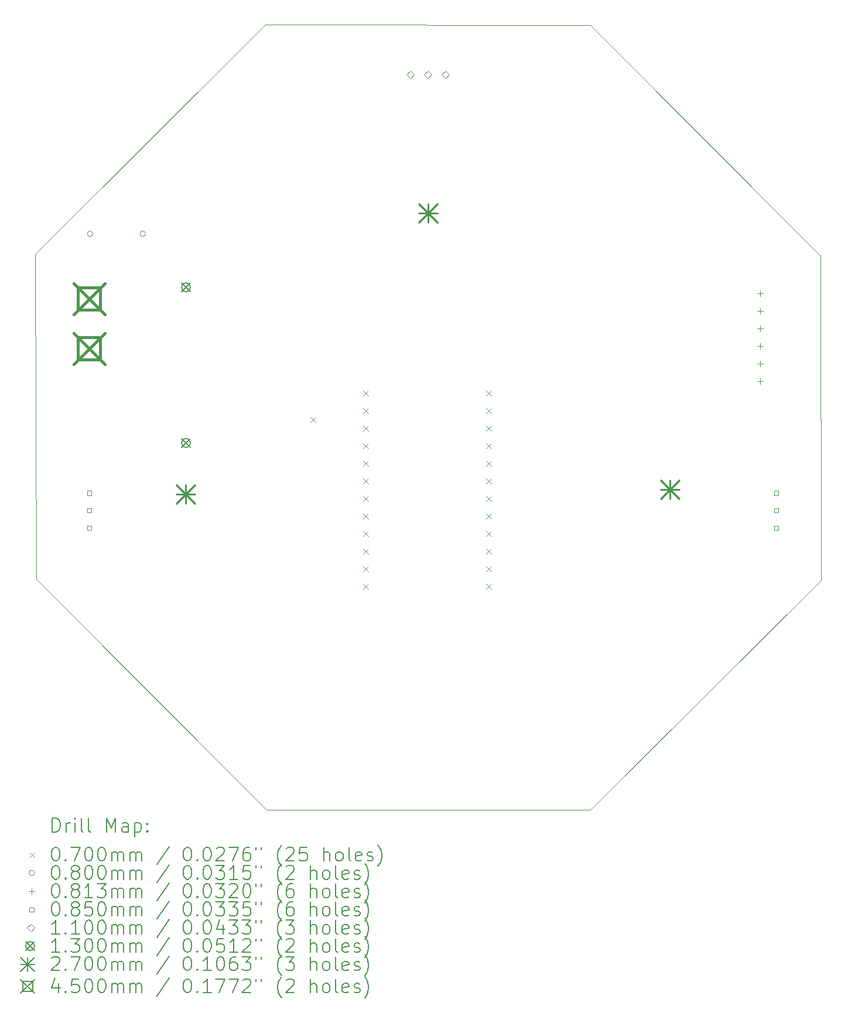
<source format=gbr>
%FSLAX45Y45*%
G04 Gerber Fmt 4.5, Leading zero omitted, Abs format (unit mm)*
G04 Created by KiCad (PCBNEW (6.0.0)) date 2022-05-25 15:38:06*
%MOMM*%
%LPD*%
G01*
G04 APERTURE LIST*
%TA.AperFunction,Profile*%
%ADD10C,0.100000*%
%TD*%
%ADD11C,0.200000*%
%ADD12C,0.070000*%
%ADD13C,0.080000*%
%ADD14C,0.081280*%
%ADD15C,0.085000*%
%ADD16C,0.110000*%
%ADD17C,0.130000*%
%ADD18C,0.270000*%
%ADD19C,0.450000*%
G04 APERTURE END LIST*
D10*
X8417000Y-8097000D02*
X8440000Y-12797000D01*
X16448000Y-4789000D02*
X11747000Y-4775000D01*
X8417000Y-8097000D02*
X8440000Y-12797000D01*
X8440000Y-12797000D02*
X11762000Y-16127000D01*
X19770000Y-8119000D02*
X16448000Y-4789000D01*
X16448000Y-4789000D02*
X11747000Y-4775000D01*
X11762000Y-16127000D02*
X16450000Y-16134000D01*
X11747000Y-4775000D02*
X11747000Y-4775000D01*
X11762000Y-16127000D02*
X16450000Y-16134000D01*
X19780000Y-12812000D02*
X19770000Y-8119000D01*
X16450000Y-16134000D02*
X19780000Y-12812000D01*
X8440000Y-12797000D02*
X8440000Y-12797000D01*
X19780000Y-12812000D02*
X19770000Y-8111000D01*
X11747000Y-4775000D02*
X8417000Y-8097000D01*
D11*
D12*
X12403000Y-10452000D02*
X12473000Y-10522000D01*
X12473000Y-10452000D02*
X12403000Y-10522000D01*
X13165000Y-10071000D02*
X13235000Y-10141000D01*
X13235000Y-10071000D02*
X13165000Y-10141000D01*
X13165000Y-10325000D02*
X13235000Y-10395000D01*
X13235000Y-10325000D02*
X13165000Y-10395000D01*
X13165000Y-10579000D02*
X13235000Y-10649000D01*
X13235000Y-10579000D02*
X13165000Y-10649000D01*
X13165000Y-10833000D02*
X13235000Y-10903000D01*
X13235000Y-10833000D02*
X13165000Y-10903000D01*
X13165000Y-11087000D02*
X13235000Y-11157000D01*
X13235000Y-11087000D02*
X13165000Y-11157000D01*
X13165000Y-11341000D02*
X13235000Y-11411000D01*
X13235000Y-11341000D02*
X13165000Y-11411000D01*
X13165000Y-11595000D02*
X13235000Y-11665000D01*
X13235000Y-11595000D02*
X13165000Y-11665000D01*
X13165000Y-11849000D02*
X13235000Y-11919000D01*
X13235000Y-11849000D02*
X13165000Y-11919000D01*
X13165000Y-12103000D02*
X13235000Y-12173000D01*
X13235000Y-12103000D02*
X13165000Y-12173000D01*
X13165000Y-12357000D02*
X13235000Y-12427000D01*
X13235000Y-12357000D02*
X13165000Y-12427000D01*
X13165000Y-12611000D02*
X13235000Y-12681000D01*
X13235000Y-12611000D02*
X13165000Y-12681000D01*
X13165000Y-12865000D02*
X13235000Y-12935000D01*
X13235000Y-12865000D02*
X13165000Y-12935000D01*
X14943000Y-10071000D02*
X15013000Y-10141000D01*
X15013000Y-10071000D02*
X14943000Y-10141000D01*
X14943000Y-10325000D02*
X15013000Y-10395000D01*
X15013000Y-10325000D02*
X14943000Y-10395000D01*
X14943000Y-10579000D02*
X15013000Y-10649000D01*
X15013000Y-10579000D02*
X14943000Y-10649000D01*
X14943000Y-10833000D02*
X15013000Y-10903000D01*
X15013000Y-10833000D02*
X14943000Y-10903000D01*
X14943000Y-11087000D02*
X15013000Y-11157000D01*
X15013000Y-11087000D02*
X14943000Y-11157000D01*
X14943000Y-11341000D02*
X15013000Y-11411000D01*
X15013000Y-11341000D02*
X14943000Y-11411000D01*
X14943000Y-11595000D02*
X15013000Y-11665000D01*
X15013000Y-11595000D02*
X14943000Y-11665000D01*
X14943000Y-11849000D02*
X15013000Y-11919000D01*
X15013000Y-11849000D02*
X14943000Y-11919000D01*
X14943000Y-12103000D02*
X15013000Y-12173000D01*
X15013000Y-12103000D02*
X14943000Y-12173000D01*
X14943000Y-12357000D02*
X15013000Y-12427000D01*
X15013000Y-12357000D02*
X14943000Y-12427000D01*
X14943000Y-12611000D02*
X15013000Y-12681000D01*
X15013000Y-12611000D02*
X14943000Y-12681000D01*
X14943000Y-12865000D02*
X15013000Y-12935000D01*
X15013000Y-12865000D02*
X14943000Y-12935000D01*
D13*
X9254750Y-7800000D02*
G75*
G03*
X9254750Y-7800000I-40000J0D01*
G01*
X10016750Y-7800000D02*
G75*
G03*
X10016750Y-7800000I-40000J0D01*
G01*
D14*
X18900000Y-8624360D02*
X18900000Y-8705640D01*
X18859360Y-8665000D02*
X18940640Y-8665000D01*
X18900000Y-8878360D02*
X18900000Y-8959640D01*
X18859360Y-8919000D02*
X18940640Y-8919000D01*
X18900000Y-9132360D02*
X18900000Y-9213640D01*
X18859360Y-9173000D02*
X18940640Y-9173000D01*
X18900000Y-9386360D02*
X18900000Y-9467640D01*
X18859360Y-9427000D02*
X18940640Y-9427000D01*
X18900000Y-9640360D02*
X18900000Y-9721640D01*
X18859360Y-9681000D02*
X18940640Y-9681000D01*
X18900000Y-9894360D02*
X18900000Y-9975640D01*
X18859360Y-9935000D02*
X18940640Y-9935000D01*
D15*
X9230052Y-11580052D02*
X9230052Y-11519948D01*
X9169948Y-11519948D01*
X9169948Y-11580052D01*
X9230052Y-11580052D01*
X9230052Y-11830052D02*
X9230052Y-11769948D01*
X9169948Y-11769948D01*
X9169948Y-11830052D01*
X9230052Y-11830052D01*
X9230052Y-12080052D02*
X9230052Y-12019948D01*
X9169948Y-12019948D01*
X9169948Y-12080052D01*
X9230052Y-12080052D01*
X19165052Y-11580052D02*
X19165052Y-11519948D01*
X19104948Y-11519948D01*
X19104948Y-11580052D01*
X19165052Y-11580052D01*
X19165052Y-11830052D02*
X19165052Y-11769948D01*
X19104948Y-11769948D01*
X19104948Y-11830052D01*
X19165052Y-11830052D01*
X19165052Y-12080052D02*
X19165052Y-12019948D01*
X19104948Y-12019948D01*
X19104948Y-12080052D01*
X19165052Y-12080052D01*
D16*
X13846000Y-5555000D02*
X13901000Y-5500000D01*
X13846000Y-5445000D01*
X13791000Y-5500000D01*
X13846000Y-5555000D01*
X14100000Y-5555000D02*
X14155000Y-5500000D01*
X14100000Y-5445000D01*
X14045000Y-5500000D01*
X14100000Y-5555000D01*
X14354000Y-5555000D02*
X14409000Y-5500000D01*
X14354000Y-5445000D01*
X14299000Y-5500000D01*
X14354000Y-5555000D01*
D17*
X10535000Y-8510000D02*
X10665000Y-8640000D01*
X10665000Y-8510000D02*
X10535000Y-8640000D01*
X10665000Y-8575000D02*
G75*
G03*
X10665000Y-8575000I-65000J0D01*
G01*
X10535000Y-10760000D02*
X10665000Y-10890000D01*
X10665000Y-10760000D02*
X10535000Y-10890000D01*
X10665000Y-10825000D02*
G75*
G03*
X10665000Y-10825000I-65000J0D01*
G01*
D18*
X10465000Y-11435000D02*
X10735000Y-11705000D01*
X10735000Y-11435000D02*
X10465000Y-11705000D01*
X10600000Y-11435000D02*
X10600000Y-11705000D01*
X10465000Y-11570000D02*
X10735000Y-11570000D01*
X13965000Y-7365000D02*
X14235000Y-7635000D01*
X14235000Y-7365000D02*
X13965000Y-7635000D01*
X14100000Y-7365000D02*
X14100000Y-7635000D01*
X13965000Y-7500000D02*
X14235000Y-7500000D01*
X17465000Y-11365000D02*
X17735000Y-11635000D01*
X17735000Y-11365000D02*
X17465000Y-11635000D01*
X17600000Y-11365000D02*
X17600000Y-11635000D01*
X17465000Y-11500000D02*
X17735000Y-11500000D01*
D19*
X8975000Y-8515000D02*
X9425000Y-8965000D01*
X9425000Y-8515000D02*
X8975000Y-8965000D01*
X9359101Y-8899101D02*
X9359101Y-8580899D01*
X9040899Y-8580899D01*
X9040899Y-8899101D01*
X9359101Y-8899101D01*
X8975000Y-9235000D02*
X9425000Y-9685000D01*
X9425000Y-9235000D02*
X8975000Y-9685000D01*
X9359101Y-9619101D02*
X9359101Y-9300899D01*
X9040899Y-9300899D01*
X9040899Y-9619101D01*
X9359101Y-9619101D01*
D11*
X8669619Y-16449476D02*
X8669619Y-16249476D01*
X8717238Y-16249476D01*
X8745810Y-16259000D01*
X8764857Y-16278048D01*
X8774381Y-16297095D01*
X8783905Y-16335190D01*
X8783905Y-16363762D01*
X8774381Y-16401857D01*
X8764857Y-16420905D01*
X8745810Y-16439952D01*
X8717238Y-16449476D01*
X8669619Y-16449476D01*
X8869619Y-16449476D02*
X8869619Y-16316143D01*
X8869619Y-16354238D02*
X8879143Y-16335190D01*
X8888667Y-16325667D01*
X8907714Y-16316143D01*
X8926762Y-16316143D01*
X8993429Y-16449476D02*
X8993429Y-16316143D01*
X8993429Y-16249476D02*
X8983905Y-16259000D01*
X8993429Y-16268524D01*
X9002952Y-16259000D01*
X8993429Y-16249476D01*
X8993429Y-16268524D01*
X9117238Y-16449476D02*
X9098190Y-16439952D01*
X9088667Y-16420905D01*
X9088667Y-16249476D01*
X9222000Y-16449476D02*
X9202952Y-16439952D01*
X9193429Y-16420905D01*
X9193429Y-16249476D01*
X9450571Y-16449476D02*
X9450571Y-16249476D01*
X9517238Y-16392333D01*
X9583905Y-16249476D01*
X9583905Y-16449476D01*
X9764857Y-16449476D02*
X9764857Y-16344714D01*
X9755333Y-16325667D01*
X9736286Y-16316143D01*
X9698190Y-16316143D01*
X9679143Y-16325667D01*
X9764857Y-16439952D02*
X9745810Y-16449476D01*
X9698190Y-16449476D01*
X9679143Y-16439952D01*
X9669619Y-16420905D01*
X9669619Y-16401857D01*
X9679143Y-16382809D01*
X9698190Y-16373286D01*
X9745810Y-16373286D01*
X9764857Y-16363762D01*
X9860095Y-16316143D02*
X9860095Y-16516143D01*
X9860095Y-16325667D02*
X9879143Y-16316143D01*
X9917238Y-16316143D01*
X9936286Y-16325667D01*
X9945810Y-16335190D01*
X9955333Y-16354238D01*
X9955333Y-16411381D01*
X9945810Y-16430428D01*
X9936286Y-16439952D01*
X9917238Y-16449476D01*
X9879143Y-16449476D01*
X9860095Y-16439952D01*
X10041048Y-16430428D02*
X10050571Y-16439952D01*
X10041048Y-16449476D01*
X10031524Y-16439952D01*
X10041048Y-16430428D01*
X10041048Y-16449476D01*
X10041048Y-16325667D02*
X10050571Y-16335190D01*
X10041048Y-16344714D01*
X10031524Y-16335190D01*
X10041048Y-16325667D01*
X10041048Y-16344714D01*
D12*
X8342000Y-16744000D02*
X8412000Y-16814000D01*
X8412000Y-16744000D02*
X8342000Y-16814000D01*
D11*
X8707714Y-16669476D02*
X8726762Y-16669476D01*
X8745810Y-16679000D01*
X8755333Y-16688524D01*
X8764857Y-16707571D01*
X8774381Y-16745667D01*
X8774381Y-16793286D01*
X8764857Y-16831381D01*
X8755333Y-16850429D01*
X8745810Y-16859952D01*
X8726762Y-16869476D01*
X8707714Y-16869476D01*
X8688667Y-16859952D01*
X8679143Y-16850429D01*
X8669619Y-16831381D01*
X8660095Y-16793286D01*
X8660095Y-16745667D01*
X8669619Y-16707571D01*
X8679143Y-16688524D01*
X8688667Y-16679000D01*
X8707714Y-16669476D01*
X8860095Y-16850429D02*
X8869619Y-16859952D01*
X8860095Y-16869476D01*
X8850571Y-16859952D01*
X8860095Y-16850429D01*
X8860095Y-16869476D01*
X8936286Y-16669476D02*
X9069619Y-16669476D01*
X8983905Y-16869476D01*
X9183905Y-16669476D02*
X9202952Y-16669476D01*
X9222000Y-16679000D01*
X9231524Y-16688524D01*
X9241048Y-16707571D01*
X9250571Y-16745667D01*
X9250571Y-16793286D01*
X9241048Y-16831381D01*
X9231524Y-16850429D01*
X9222000Y-16859952D01*
X9202952Y-16869476D01*
X9183905Y-16869476D01*
X9164857Y-16859952D01*
X9155333Y-16850429D01*
X9145810Y-16831381D01*
X9136286Y-16793286D01*
X9136286Y-16745667D01*
X9145810Y-16707571D01*
X9155333Y-16688524D01*
X9164857Y-16679000D01*
X9183905Y-16669476D01*
X9374381Y-16669476D02*
X9393429Y-16669476D01*
X9412476Y-16679000D01*
X9422000Y-16688524D01*
X9431524Y-16707571D01*
X9441048Y-16745667D01*
X9441048Y-16793286D01*
X9431524Y-16831381D01*
X9422000Y-16850429D01*
X9412476Y-16859952D01*
X9393429Y-16869476D01*
X9374381Y-16869476D01*
X9355333Y-16859952D01*
X9345810Y-16850429D01*
X9336286Y-16831381D01*
X9326762Y-16793286D01*
X9326762Y-16745667D01*
X9336286Y-16707571D01*
X9345810Y-16688524D01*
X9355333Y-16679000D01*
X9374381Y-16669476D01*
X9526762Y-16869476D02*
X9526762Y-16736143D01*
X9526762Y-16755190D02*
X9536286Y-16745667D01*
X9555333Y-16736143D01*
X9583905Y-16736143D01*
X9602952Y-16745667D01*
X9612476Y-16764714D01*
X9612476Y-16869476D01*
X9612476Y-16764714D02*
X9622000Y-16745667D01*
X9641048Y-16736143D01*
X9669619Y-16736143D01*
X9688667Y-16745667D01*
X9698190Y-16764714D01*
X9698190Y-16869476D01*
X9793429Y-16869476D02*
X9793429Y-16736143D01*
X9793429Y-16755190D02*
X9802952Y-16745667D01*
X9822000Y-16736143D01*
X9850571Y-16736143D01*
X9869619Y-16745667D01*
X9879143Y-16764714D01*
X9879143Y-16869476D01*
X9879143Y-16764714D02*
X9888667Y-16745667D01*
X9907714Y-16736143D01*
X9936286Y-16736143D01*
X9955333Y-16745667D01*
X9964857Y-16764714D01*
X9964857Y-16869476D01*
X10355333Y-16659952D02*
X10183905Y-16917095D01*
X10612476Y-16669476D02*
X10631524Y-16669476D01*
X10650571Y-16679000D01*
X10660095Y-16688524D01*
X10669619Y-16707571D01*
X10679143Y-16745667D01*
X10679143Y-16793286D01*
X10669619Y-16831381D01*
X10660095Y-16850429D01*
X10650571Y-16859952D01*
X10631524Y-16869476D01*
X10612476Y-16869476D01*
X10593429Y-16859952D01*
X10583905Y-16850429D01*
X10574381Y-16831381D01*
X10564857Y-16793286D01*
X10564857Y-16745667D01*
X10574381Y-16707571D01*
X10583905Y-16688524D01*
X10593429Y-16679000D01*
X10612476Y-16669476D01*
X10764857Y-16850429D02*
X10774381Y-16859952D01*
X10764857Y-16869476D01*
X10755333Y-16859952D01*
X10764857Y-16850429D01*
X10764857Y-16869476D01*
X10898190Y-16669476D02*
X10917238Y-16669476D01*
X10936286Y-16679000D01*
X10945810Y-16688524D01*
X10955333Y-16707571D01*
X10964857Y-16745667D01*
X10964857Y-16793286D01*
X10955333Y-16831381D01*
X10945810Y-16850429D01*
X10936286Y-16859952D01*
X10917238Y-16869476D01*
X10898190Y-16869476D01*
X10879143Y-16859952D01*
X10869619Y-16850429D01*
X10860095Y-16831381D01*
X10850571Y-16793286D01*
X10850571Y-16745667D01*
X10860095Y-16707571D01*
X10869619Y-16688524D01*
X10879143Y-16679000D01*
X10898190Y-16669476D01*
X11041048Y-16688524D02*
X11050571Y-16679000D01*
X11069619Y-16669476D01*
X11117238Y-16669476D01*
X11136286Y-16679000D01*
X11145810Y-16688524D01*
X11155333Y-16707571D01*
X11155333Y-16726619D01*
X11145810Y-16755190D01*
X11031524Y-16869476D01*
X11155333Y-16869476D01*
X11222000Y-16669476D02*
X11355333Y-16669476D01*
X11269619Y-16869476D01*
X11517238Y-16669476D02*
X11479143Y-16669476D01*
X11460095Y-16679000D01*
X11450571Y-16688524D01*
X11431524Y-16717095D01*
X11422000Y-16755190D01*
X11422000Y-16831381D01*
X11431524Y-16850429D01*
X11441048Y-16859952D01*
X11460095Y-16869476D01*
X11498190Y-16869476D01*
X11517238Y-16859952D01*
X11526762Y-16850429D01*
X11536286Y-16831381D01*
X11536286Y-16783762D01*
X11526762Y-16764714D01*
X11517238Y-16755190D01*
X11498190Y-16745667D01*
X11460095Y-16745667D01*
X11441048Y-16755190D01*
X11431524Y-16764714D01*
X11422000Y-16783762D01*
X11612476Y-16669476D02*
X11612476Y-16707571D01*
X11688667Y-16669476D02*
X11688667Y-16707571D01*
X11983905Y-16945667D02*
X11974381Y-16936143D01*
X11955333Y-16907571D01*
X11945809Y-16888524D01*
X11936286Y-16859952D01*
X11926762Y-16812333D01*
X11926762Y-16774238D01*
X11936286Y-16726619D01*
X11945809Y-16698048D01*
X11955333Y-16679000D01*
X11974381Y-16650428D01*
X11983905Y-16640905D01*
X12050571Y-16688524D02*
X12060095Y-16679000D01*
X12079143Y-16669476D01*
X12126762Y-16669476D01*
X12145809Y-16679000D01*
X12155333Y-16688524D01*
X12164857Y-16707571D01*
X12164857Y-16726619D01*
X12155333Y-16755190D01*
X12041048Y-16869476D01*
X12164857Y-16869476D01*
X12345809Y-16669476D02*
X12250571Y-16669476D01*
X12241048Y-16764714D01*
X12250571Y-16755190D01*
X12269619Y-16745667D01*
X12317238Y-16745667D01*
X12336286Y-16755190D01*
X12345809Y-16764714D01*
X12355333Y-16783762D01*
X12355333Y-16831381D01*
X12345809Y-16850429D01*
X12336286Y-16859952D01*
X12317238Y-16869476D01*
X12269619Y-16869476D01*
X12250571Y-16859952D01*
X12241048Y-16850429D01*
X12593428Y-16869476D02*
X12593428Y-16669476D01*
X12679143Y-16869476D02*
X12679143Y-16764714D01*
X12669619Y-16745667D01*
X12650571Y-16736143D01*
X12622000Y-16736143D01*
X12602952Y-16745667D01*
X12593428Y-16755190D01*
X12802952Y-16869476D02*
X12783905Y-16859952D01*
X12774381Y-16850429D01*
X12764857Y-16831381D01*
X12764857Y-16774238D01*
X12774381Y-16755190D01*
X12783905Y-16745667D01*
X12802952Y-16736143D01*
X12831524Y-16736143D01*
X12850571Y-16745667D01*
X12860095Y-16755190D01*
X12869619Y-16774238D01*
X12869619Y-16831381D01*
X12860095Y-16850429D01*
X12850571Y-16859952D01*
X12831524Y-16869476D01*
X12802952Y-16869476D01*
X12983905Y-16869476D02*
X12964857Y-16859952D01*
X12955333Y-16840905D01*
X12955333Y-16669476D01*
X13136286Y-16859952D02*
X13117238Y-16869476D01*
X13079143Y-16869476D01*
X13060095Y-16859952D01*
X13050571Y-16840905D01*
X13050571Y-16764714D01*
X13060095Y-16745667D01*
X13079143Y-16736143D01*
X13117238Y-16736143D01*
X13136286Y-16745667D01*
X13145809Y-16764714D01*
X13145809Y-16783762D01*
X13050571Y-16802810D01*
X13222000Y-16859952D02*
X13241048Y-16869476D01*
X13279143Y-16869476D01*
X13298190Y-16859952D01*
X13307714Y-16840905D01*
X13307714Y-16831381D01*
X13298190Y-16812333D01*
X13279143Y-16802810D01*
X13250571Y-16802810D01*
X13231524Y-16793286D01*
X13222000Y-16774238D01*
X13222000Y-16764714D01*
X13231524Y-16745667D01*
X13250571Y-16736143D01*
X13279143Y-16736143D01*
X13298190Y-16745667D01*
X13374381Y-16945667D02*
X13383905Y-16936143D01*
X13402952Y-16907571D01*
X13412476Y-16888524D01*
X13422000Y-16859952D01*
X13431524Y-16812333D01*
X13431524Y-16774238D01*
X13422000Y-16726619D01*
X13412476Y-16698048D01*
X13402952Y-16679000D01*
X13383905Y-16650428D01*
X13374381Y-16640905D01*
D13*
X8412000Y-17043000D02*
G75*
G03*
X8412000Y-17043000I-40000J0D01*
G01*
D11*
X8707714Y-16933476D02*
X8726762Y-16933476D01*
X8745810Y-16943000D01*
X8755333Y-16952524D01*
X8764857Y-16971571D01*
X8774381Y-17009667D01*
X8774381Y-17057286D01*
X8764857Y-17095381D01*
X8755333Y-17114429D01*
X8745810Y-17123952D01*
X8726762Y-17133476D01*
X8707714Y-17133476D01*
X8688667Y-17123952D01*
X8679143Y-17114429D01*
X8669619Y-17095381D01*
X8660095Y-17057286D01*
X8660095Y-17009667D01*
X8669619Y-16971571D01*
X8679143Y-16952524D01*
X8688667Y-16943000D01*
X8707714Y-16933476D01*
X8860095Y-17114429D02*
X8869619Y-17123952D01*
X8860095Y-17133476D01*
X8850571Y-17123952D01*
X8860095Y-17114429D01*
X8860095Y-17133476D01*
X8983905Y-17019190D02*
X8964857Y-17009667D01*
X8955333Y-17000143D01*
X8945810Y-16981095D01*
X8945810Y-16971571D01*
X8955333Y-16952524D01*
X8964857Y-16943000D01*
X8983905Y-16933476D01*
X9022000Y-16933476D01*
X9041048Y-16943000D01*
X9050571Y-16952524D01*
X9060095Y-16971571D01*
X9060095Y-16981095D01*
X9050571Y-17000143D01*
X9041048Y-17009667D01*
X9022000Y-17019190D01*
X8983905Y-17019190D01*
X8964857Y-17028714D01*
X8955333Y-17038238D01*
X8945810Y-17057286D01*
X8945810Y-17095381D01*
X8955333Y-17114429D01*
X8964857Y-17123952D01*
X8983905Y-17133476D01*
X9022000Y-17133476D01*
X9041048Y-17123952D01*
X9050571Y-17114429D01*
X9060095Y-17095381D01*
X9060095Y-17057286D01*
X9050571Y-17038238D01*
X9041048Y-17028714D01*
X9022000Y-17019190D01*
X9183905Y-16933476D02*
X9202952Y-16933476D01*
X9222000Y-16943000D01*
X9231524Y-16952524D01*
X9241048Y-16971571D01*
X9250571Y-17009667D01*
X9250571Y-17057286D01*
X9241048Y-17095381D01*
X9231524Y-17114429D01*
X9222000Y-17123952D01*
X9202952Y-17133476D01*
X9183905Y-17133476D01*
X9164857Y-17123952D01*
X9155333Y-17114429D01*
X9145810Y-17095381D01*
X9136286Y-17057286D01*
X9136286Y-17009667D01*
X9145810Y-16971571D01*
X9155333Y-16952524D01*
X9164857Y-16943000D01*
X9183905Y-16933476D01*
X9374381Y-16933476D02*
X9393429Y-16933476D01*
X9412476Y-16943000D01*
X9422000Y-16952524D01*
X9431524Y-16971571D01*
X9441048Y-17009667D01*
X9441048Y-17057286D01*
X9431524Y-17095381D01*
X9422000Y-17114429D01*
X9412476Y-17123952D01*
X9393429Y-17133476D01*
X9374381Y-17133476D01*
X9355333Y-17123952D01*
X9345810Y-17114429D01*
X9336286Y-17095381D01*
X9326762Y-17057286D01*
X9326762Y-17009667D01*
X9336286Y-16971571D01*
X9345810Y-16952524D01*
X9355333Y-16943000D01*
X9374381Y-16933476D01*
X9526762Y-17133476D02*
X9526762Y-17000143D01*
X9526762Y-17019190D02*
X9536286Y-17009667D01*
X9555333Y-17000143D01*
X9583905Y-17000143D01*
X9602952Y-17009667D01*
X9612476Y-17028714D01*
X9612476Y-17133476D01*
X9612476Y-17028714D02*
X9622000Y-17009667D01*
X9641048Y-17000143D01*
X9669619Y-17000143D01*
X9688667Y-17009667D01*
X9698190Y-17028714D01*
X9698190Y-17133476D01*
X9793429Y-17133476D02*
X9793429Y-17000143D01*
X9793429Y-17019190D02*
X9802952Y-17009667D01*
X9822000Y-17000143D01*
X9850571Y-17000143D01*
X9869619Y-17009667D01*
X9879143Y-17028714D01*
X9879143Y-17133476D01*
X9879143Y-17028714D02*
X9888667Y-17009667D01*
X9907714Y-17000143D01*
X9936286Y-17000143D01*
X9955333Y-17009667D01*
X9964857Y-17028714D01*
X9964857Y-17133476D01*
X10355333Y-16923952D02*
X10183905Y-17181095D01*
X10612476Y-16933476D02*
X10631524Y-16933476D01*
X10650571Y-16943000D01*
X10660095Y-16952524D01*
X10669619Y-16971571D01*
X10679143Y-17009667D01*
X10679143Y-17057286D01*
X10669619Y-17095381D01*
X10660095Y-17114429D01*
X10650571Y-17123952D01*
X10631524Y-17133476D01*
X10612476Y-17133476D01*
X10593429Y-17123952D01*
X10583905Y-17114429D01*
X10574381Y-17095381D01*
X10564857Y-17057286D01*
X10564857Y-17009667D01*
X10574381Y-16971571D01*
X10583905Y-16952524D01*
X10593429Y-16943000D01*
X10612476Y-16933476D01*
X10764857Y-17114429D02*
X10774381Y-17123952D01*
X10764857Y-17133476D01*
X10755333Y-17123952D01*
X10764857Y-17114429D01*
X10764857Y-17133476D01*
X10898190Y-16933476D02*
X10917238Y-16933476D01*
X10936286Y-16943000D01*
X10945810Y-16952524D01*
X10955333Y-16971571D01*
X10964857Y-17009667D01*
X10964857Y-17057286D01*
X10955333Y-17095381D01*
X10945810Y-17114429D01*
X10936286Y-17123952D01*
X10917238Y-17133476D01*
X10898190Y-17133476D01*
X10879143Y-17123952D01*
X10869619Y-17114429D01*
X10860095Y-17095381D01*
X10850571Y-17057286D01*
X10850571Y-17009667D01*
X10860095Y-16971571D01*
X10869619Y-16952524D01*
X10879143Y-16943000D01*
X10898190Y-16933476D01*
X11031524Y-16933476D02*
X11155333Y-16933476D01*
X11088667Y-17009667D01*
X11117238Y-17009667D01*
X11136286Y-17019190D01*
X11145810Y-17028714D01*
X11155333Y-17047762D01*
X11155333Y-17095381D01*
X11145810Y-17114429D01*
X11136286Y-17123952D01*
X11117238Y-17133476D01*
X11060095Y-17133476D01*
X11041048Y-17123952D01*
X11031524Y-17114429D01*
X11345809Y-17133476D02*
X11231524Y-17133476D01*
X11288667Y-17133476D02*
X11288667Y-16933476D01*
X11269619Y-16962048D01*
X11250571Y-16981095D01*
X11231524Y-16990619D01*
X11526762Y-16933476D02*
X11431524Y-16933476D01*
X11422000Y-17028714D01*
X11431524Y-17019190D01*
X11450571Y-17009667D01*
X11498190Y-17009667D01*
X11517238Y-17019190D01*
X11526762Y-17028714D01*
X11536286Y-17047762D01*
X11536286Y-17095381D01*
X11526762Y-17114429D01*
X11517238Y-17123952D01*
X11498190Y-17133476D01*
X11450571Y-17133476D01*
X11431524Y-17123952D01*
X11422000Y-17114429D01*
X11612476Y-16933476D02*
X11612476Y-16971571D01*
X11688667Y-16933476D02*
X11688667Y-16971571D01*
X11983905Y-17209667D02*
X11974381Y-17200143D01*
X11955333Y-17171571D01*
X11945809Y-17152524D01*
X11936286Y-17123952D01*
X11926762Y-17076333D01*
X11926762Y-17038238D01*
X11936286Y-16990619D01*
X11945809Y-16962048D01*
X11955333Y-16943000D01*
X11974381Y-16914429D01*
X11983905Y-16904905D01*
X12050571Y-16952524D02*
X12060095Y-16943000D01*
X12079143Y-16933476D01*
X12126762Y-16933476D01*
X12145809Y-16943000D01*
X12155333Y-16952524D01*
X12164857Y-16971571D01*
X12164857Y-16990619D01*
X12155333Y-17019190D01*
X12041048Y-17133476D01*
X12164857Y-17133476D01*
X12402952Y-17133476D02*
X12402952Y-16933476D01*
X12488667Y-17133476D02*
X12488667Y-17028714D01*
X12479143Y-17009667D01*
X12460095Y-17000143D01*
X12431524Y-17000143D01*
X12412476Y-17009667D01*
X12402952Y-17019190D01*
X12612476Y-17133476D02*
X12593428Y-17123952D01*
X12583905Y-17114429D01*
X12574381Y-17095381D01*
X12574381Y-17038238D01*
X12583905Y-17019190D01*
X12593428Y-17009667D01*
X12612476Y-17000143D01*
X12641048Y-17000143D01*
X12660095Y-17009667D01*
X12669619Y-17019190D01*
X12679143Y-17038238D01*
X12679143Y-17095381D01*
X12669619Y-17114429D01*
X12660095Y-17123952D01*
X12641048Y-17133476D01*
X12612476Y-17133476D01*
X12793428Y-17133476D02*
X12774381Y-17123952D01*
X12764857Y-17104905D01*
X12764857Y-16933476D01*
X12945809Y-17123952D02*
X12926762Y-17133476D01*
X12888667Y-17133476D01*
X12869619Y-17123952D01*
X12860095Y-17104905D01*
X12860095Y-17028714D01*
X12869619Y-17009667D01*
X12888667Y-17000143D01*
X12926762Y-17000143D01*
X12945809Y-17009667D01*
X12955333Y-17028714D01*
X12955333Y-17047762D01*
X12860095Y-17066810D01*
X13031524Y-17123952D02*
X13050571Y-17133476D01*
X13088667Y-17133476D01*
X13107714Y-17123952D01*
X13117238Y-17104905D01*
X13117238Y-17095381D01*
X13107714Y-17076333D01*
X13088667Y-17066810D01*
X13060095Y-17066810D01*
X13041048Y-17057286D01*
X13031524Y-17038238D01*
X13031524Y-17028714D01*
X13041048Y-17009667D01*
X13060095Y-17000143D01*
X13088667Y-17000143D01*
X13107714Y-17009667D01*
X13183905Y-17209667D02*
X13193428Y-17200143D01*
X13212476Y-17171571D01*
X13222000Y-17152524D01*
X13231524Y-17123952D01*
X13241048Y-17076333D01*
X13241048Y-17038238D01*
X13231524Y-16990619D01*
X13222000Y-16962048D01*
X13212476Y-16943000D01*
X13193428Y-16914429D01*
X13183905Y-16904905D01*
D14*
X8371360Y-17266360D02*
X8371360Y-17347640D01*
X8330720Y-17307000D02*
X8412000Y-17307000D01*
D11*
X8707714Y-17197476D02*
X8726762Y-17197476D01*
X8745810Y-17207000D01*
X8755333Y-17216524D01*
X8764857Y-17235571D01*
X8774381Y-17273667D01*
X8774381Y-17321286D01*
X8764857Y-17359381D01*
X8755333Y-17378429D01*
X8745810Y-17387952D01*
X8726762Y-17397476D01*
X8707714Y-17397476D01*
X8688667Y-17387952D01*
X8679143Y-17378429D01*
X8669619Y-17359381D01*
X8660095Y-17321286D01*
X8660095Y-17273667D01*
X8669619Y-17235571D01*
X8679143Y-17216524D01*
X8688667Y-17207000D01*
X8707714Y-17197476D01*
X8860095Y-17378429D02*
X8869619Y-17387952D01*
X8860095Y-17397476D01*
X8850571Y-17387952D01*
X8860095Y-17378429D01*
X8860095Y-17397476D01*
X8983905Y-17283190D02*
X8964857Y-17273667D01*
X8955333Y-17264143D01*
X8945810Y-17245095D01*
X8945810Y-17235571D01*
X8955333Y-17216524D01*
X8964857Y-17207000D01*
X8983905Y-17197476D01*
X9022000Y-17197476D01*
X9041048Y-17207000D01*
X9050571Y-17216524D01*
X9060095Y-17235571D01*
X9060095Y-17245095D01*
X9050571Y-17264143D01*
X9041048Y-17273667D01*
X9022000Y-17283190D01*
X8983905Y-17283190D01*
X8964857Y-17292714D01*
X8955333Y-17302238D01*
X8945810Y-17321286D01*
X8945810Y-17359381D01*
X8955333Y-17378429D01*
X8964857Y-17387952D01*
X8983905Y-17397476D01*
X9022000Y-17397476D01*
X9041048Y-17387952D01*
X9050571Y-17378429D01*
X9060095Y-17359381D01*
X9060095Y-17321286D01*
X9050571Y-17302238D01*
X9041048Y-17292714D01*
X9022000Y-17283190D01*
X9250571Y-17397476D02*
X9136286Y-17397476D01*
X9193429Y-17397476D02*
X9193429Y-17197476D01*
X9174381Y-17226048D01*
X9155333Y-17245095D01*
X9136286Y-17254619D01*
X9317238Y-17197476D02*
X9441048Y-17197476D01*
X9374381Y-17273667D01*
X9402952Y-17273667D01*
X9422000Y-17283190D01*
X9431524Y-17292714D01*
X9441048Y-17311762D01*
X9441048Y-17359381D01*
X9431524Y-17378429D01*
X9422000Y-17387952D01*
X9402952Y-17397476D01*
X9345810Y-17397476D01*
X9326762Y-17387952D01*
X9317238Y-17378429D01*
X9526762Y-17397476D02*
X9526762Y-17264143D01*
X9526762Y-17283190D02*
X9536286Y-17273667D01*
X9555333Y-17264143D01*
X9583905Y-17264143D01*
X9602952Y-17273667D01*
X9612476Y-17292714D01*
X9612476Y-17397476D01*
X9612476Y-17292714D02*
X9622000Y-17273667D01*
X9641048Y-17264143D01*
X9669619Y-17264143D01*
X9688667Y-17273667D01*
X9698190Y-17292714D01*
X9698190Y-17397476D01*
X9793429Y-17397476D02*
X9793429Y-17264143D01*
X9793429Y-17283190D02*
X9802952Y-17273667D01*
X9822000Y-17264143D01*
X9850571Y-17264143D01*
X9869619Y-17273667D01*
X9879143Y-17292714D01*
X9879143Y-17397476D01*
X9879143Y-17292714D02*
X9888667Y-17273667D01*
X9907714Y-17264143D01*
X9936286Y-17264143D01*
X9955333Y-17273667D01*
X9964857Y-17292714D01*
X9964857Y-17397476D01*
X10355333Y-17187952D02*
X10183905Y-17445095D01*
X10612476Y-17197476D02*
X10631524Y-17197476D01*
X10650571Y-17207000D01*
X10660095Y-17216524D01*
X10669619Y-17235571D01*
X10679143Y-17273667D01*
X10679143Y-17321286D01*
X10669619Y-17359381D01*
X10660095Y-17378429D01*
X10650571Y-17387952D01*
X10631524Y-17397476D01*
X10612476Y-17397476D01*
X10593429Y-17387952D01*
X10583905Y-17378429D01*
X10574381Y-17359381D01*
X10564857Y-17321286D01*
X10564857Y-17273667D01*
X10574381Y-17235571D01*
X10583905Y-17216524D01*
X10593429Y-17207000D01*
X10612476Y-17197476D01*
X10764857Y-17378429D02*
X10774381Y-17387952D01*
X10764857Y-17397476D01*
X10755333Y-17387952D01*
X10764857Y-17378429D01*
X10764857Y-17397476D01*
X10898190Y-17197476D02*
X10917238Y-17197476D01*
X10936286Y-17207000D01*
X10945810Y-17216524D01*
X10955333Y-17235571D01*
X10964857Y-17273667D01*
X10964857Y-17321286D01*
X10955333Y-17359381D01*
X10945810Y-17378429D01*
X10936286Y-17387952D01*
X10917238Y-17397476D01*
X10898190Y-17397476D01*
X10879143Y-17387952D01*
X10869619Y-17378429D01*
X10860095Y-17359381D01*
X10850571Y-17321286D01*
X10850571Y-17273667D01*
X10860095Y-17235571D01*
X10869619Y-17216524D01*
X10879143Y-17207000D01*
X10898190Y-17197476D01*
X11031524Y-17197476D02*
X11155333Y-17197476D01*
X11088667Y-17273667D01*
X11117238Y-17273667D01*
X11136286Y-17283190D01*
X11145810Y-17292714D01*
X11155333Y-17311762D01*
X11155333Y-17359381D01*
X11145810Y-17378429D01*
X11136286Y-17387952D01*
X11117238Y-17397476D01*
X11060095Y-17397476D01*
X11041048Y-17387952D01*
X11031524Y-17378429D01*
X11231524Y-17216524D02*
X11241048Y-17207000D01*
X11260095Y-17197476D01*
X11307714Y-17197476D01*
X11326762Y-17207000D01*
X11336286Y-17216524D01*
X11345809Y-17235571D01*
X11345809Y-17254619D01*
X11336286Y-17283190D01*
X11222000Y-17397476D01*
X11345809Y-17397476D01*
X11469619Y-17197476D02*
X11488667Y-17197476D01*
X11507714Y-17207000D01*
X11517238Y-17216524D01*
X11526762Y-17235571D01*
X11536286Y-17273667D01*
X11536286Y-17321286D01*
X11526762Y-17359381D01*
X11517238Y-17378429D01*
X11507714Y-17387952D01*
X11488667Y-17397476D01*
X11469619Y-17397476D01*
X11450571Y-17387952D01*
X11441048Y-17378429D01*
X11431524Y-17359381D01*
X11422000Y-17321286D01*
X11422000Y-17273667D01*
X11431524Y-17235571D01*
X11441048Y-17216524D01*
X11450571Y-17207000D01*
X11469619Y-17197476D01*
X11612476Y-17197476D02*
X11612476Y-17235571D01*
X11688667Y-17197476D02*
X11688667Y-17235571D01*
X11983905Y-17473667D02*
X11974381Y-17464143D01*
X11955333Y-17435571D01*
X11945809Y-17416524D01*
X11936286Y-17387952D01*
X11926762Y-17340333D01*
X11926762Y-17302238D01*
X11936286Y-17254619D01*
X11945809Y-17226048D01*
X11955333Y-17207000D01*
X11974381Y-17178429D01*
X11983905Y-17168905D01*
X12145809Y-17197476D02*
X12107714Y-17197476D01*
X12088667Y-17207000D01*
X12079143Y-17216524D01*
X12060095Y-17245095D01*
X12050571Y-17283190D01*
X12050571Y-17359381D01*
X12060095Y-17378429D01*
X12069619Y-17387952D01*
X12088667Y-17397476D01*
X12126762Y-17397476D01*
X12145809Y-17387952D01*
X12155333Y-17378429D01*
X12164857Y-17359381D01*
X12164857Y-17311762D01*
X12155333Y-17292714D01*
X12145809Y-17283190D01*
X12126762Y-17273667D01*
X12088667Y-17273667D01*
X12069619Y-17283190D01*
X12060095Y-17292714D01*
X12050571Y-17311762D01*
X12402952Y-17397476D02*
X12402952Y-17197476D01*
X12488667Y-17397476D02*
X12488667Y-17292714D01*
X12479143Y-17273667D01*
X12460095Y-17264143D01*
X12431524Y-17264143D01*
X12412476Y-17273667D01*
X12402952Y-17283190D01*
X12612476Y-17397476D02*
X12593428Y-17387952D01*
X12583905Y-17378429D01*
X12574381Y-17359381D01*
X12574381Y-17302238D01*
X12583905Y-17283190D01*
X12593428Y-17273667D01*
X12612476Y-17264143D01*
X12641048Y-17264143D01*
X12660095Y-17273667D01*
X12669619Y-17283190D01*
X12679143Y-17302238D01*
X12679143Y-17359381D01*
X12669619Y-17378429D01*
X12660095Y-17387952D01*
X12641048Y-17397476D01*
X12612476Y-17397476D01*
X12793428Y-17397476D02*
X12774381Y-17387952D01*
X12764857Y-17368905D01*
X12764857Y-17197476D01*
X12945809Y-17387952D02*
X12926762Y-17397476D01*
X12888667Y-17397476D01*
X12869619Y-17387952D01*
X12860095Y-17368905D01*
X12860095Y-17292714D01*
X12869619Y-17273667D01*
X12888667Y-17264143D01*
X12926762Y-17264143D01*
X12945809Y-17273667D01*
X12955333Y-17292714D01*
X12955333Y-17311762D01*
X12860095Y-17330810D01*
X13031524Y-17387952D02*
X13050571Y-17397476D01*
X13088667Y-17397476D01*
X13107714Y-17387952D01*
X13117238Y-17368905D01*
X13117238Y-17359381D01*
X13107714Y-17340333D01*
X13088667Y-17330810D01*
X13060095Y-17330810D01*
X13041048Y-17321286D01*
X13031524Y-17302238D01*
X13031524Y-17292714D01*
X13041048Y-17273667D01*
X13060095Y-17264143D01*
X13088667Y-17264143D01*
X13107714Y-17273667D01*
X13183905Y-17473667D02*
X13193428Y-17464143D01*
X13212476Y-17435571D01*
X13222000Y-17416524D01*
X13231524Y-17387952D01*
X13241048Y-17340333D01*
X13241048Y-17302238D01*
X13231524Y-17254619D01*
X13222000Y-17226048D01*
X13212476Y-17207000D01*
X13193428Y-17178429D01*
X13183905Y-17168905D01*
D15*
X8399552Y-17601052D02*
X8399552Y-17540948D01*
X8339448Y-17540948D01*
X8339448Y-17601052D01*
X8399552Y-17601052D01*
D11*
X8707714Y-17461476D02*
X8726762Y-17461476D01*
X8745810Y-17471000D01*
X8755333Y-17480524D01*
X8764857Y-17499571D01*
X8774381Y-17537667D01*
X8774381Y-17585286D01*
X8764857Y-17623381D01*
X8755333Y-17642429D01*
X8745810Y-17651952D01*
X8726762Y-17661476D01*
X8707714Y-17661476D01*
X8688667Y-17651952D01*
X8679143Y-17642429D01*
X8669619Y-17623381D01*
X8660095Y-17585286D01*
X8660095Y-17537667D01*
X8669619Y-17499571D01*
X8679143Y-17480524D01*
X8688667Y-17471000D01*
X8707714Y-17461476D01*
X8860095Y-17642429D02*
X8869619Y-17651952D01*
X8860095Y-17661476D01*
X8850571Y-17651952D01*
X8860095Y-17642429D01*
X8860095Y-17661476D01*
X8983905Y-17547190D02*
X8964857Y-17537667D01*
X8955333Y-17528143D01*
X8945810Y-17509095D01*
X8945810Y-17499571D01*
X8955333Y-17480524D01*
X8964857Y-17471000D01*
X8983905Y-17461476D01*
X9022000Y-17461476D01*
X9041048Y-17471000D01*
X9050571Y-17480524D01*
X9060095Y-17499571D01*
X9060095Y-17509095D01*
X9050571Y-17528143D01*
X9041048Y-17537667D01*
X9022000Y-17547190D01*
X8983905Y-17547190D01*
X8964857Y-17556714D01*
X8955333Y-17566238D01*
X8945810Y-17585286D01*
X8945810Y-17623381D01*
X8955333Y-17642429D01*
X8964857Y-17651952D01*
X8983905Y-17661476D01*
X9022000Y-17661476D01*
X9041048Y-17651952D01*
X9050571Y-17642429D01*
X9060095Y-17623381D01*
X9060095Y-17585286D01*
X9050571Y-17566238D01*
X9041048Y-17556714D01*
X9022000Y-17547190D01*
X9241048Y-17461476D02*
X9145810Y-17461476D01*
X9136286Y-17556714D01*
X9145810Y-17547190D01*
X9164857Y-17537667D01*
X9212476Y-17537667D01*
X9231524Y-17547190D01*
X9241048Y-17556714D01*
X9250571Y-17575762D01*
X9250571Y-17623381D01*
X9241048Y-17642429D01*
X9231524Y-17651952D01*
X9212476Y-17661476D01*
X9164857Y-17661476D01*
X9145810Y-17651952D01*
X9136286Y-17642429D01*
X9374381Y-17461476D02*
X9393429Y-17461476D01*
X9412476Y-17471000D01*
X9422000Y-17480524D01*
X9431524Y-17499571D01*
X9441048Y-17537667D01*
X9441048Y-17585286D01*
X9431524Y-17623381D01*
X9422000Y-17642429D01*
X9412476Y-17651952D01*
X9393429Y-17661476D01*
X9374381Y-17661476D01*
X9355333Y-17651952D01*
X9345810Y-17642429D01*
X9336286Y-17623381D01*
X9326762Y-17585286D01*
X9326762Y-17537667D01*
X9336286Y-17499571D01*
X9345810Y-17480524D01*
X9355333Y-17471000D01*
X9374381Y-17461476D01*
X9526762Y-17661476D02*
X9526762Y-17528143D01*
X9526762Y-17547190D02*
X9536286Y-17537667D01*
X9555333Y-17528143D01*
X9583905Y-17528143D01*
X9602952Y-17537667D01*
X9612476Y-17556714D01*
X9612476Y-17661476D01*
X9612476Y-17556714D02*
X9622000Y-17537667D01*
X9641048Y-17528143D01*
X9669619Y-17528143D01*
X9688667Y-17537667D01*
X9698190Y-17556714D01*
X9698190Y-17661476D01*
X9793429Y-17661476D02*
X9793429Y-17528143D01*
X9793429Y-17547190D02*
X9802952Y-17537667D01*
X9822000Y-17528143D01*
X9850571Y-17528143D01*
X9869619Y-17537667D01*
X9879143Y-17556714D01*
X9879143Y-17661476D01*
X9879143Y-17556714D02*
X9888667Y-17537667D01*
X9907714Y-17528143D01*
X9936286Y-17528143D01*
X9955333Y-17537667D01*
X9964857Y-17556714D01*
X9964857Y-17661476D01*
X10355333Y-17451952D02*
X10183905Y-17709095D01*
X10612476Y-17461476D02*
X10631524Y-17461476D01*
X10650571Y-17471000D01*
X10660095Y-17480524D01*
X10669619Y-17499571D01*
X10679143Y-17537667D01*
X10679143Y-17585286D01*
X10669619Y-17623381D01*
X10660095Y-17642429D01*
X10650571Y-17651952D01*
X10631524Y-17661476D01*
X10612476Y-17661476D01*
X10593429Y-17651952D01*
X10583905Y-17642429D01*
X10574381Y-17623381D01*
X10564857Y-17585286D01*
X10564857Y-17537667D01*
X10574381Y-17499571D01*
X10583905Y-17480524D01*
X10593429Y-17471000D01*
X10612476Y-17461476D01*
X10764857Y-17642429D02*
X10774381Y-17651952D01*
X10764857Y-17661476D01*
X10755333Y-17651952D01*
X10764857Y-17642429D01*
X10764857Y-17661476D01*
X10898190Y-17461476D02*
X10917238Y-17461476D01*
X10936286Y-17471000D01*
X10945810Y-17480524D01*
X10955333Y-17499571D01*
X10964857Y-17537667D01*
X10964857Y-17585286D01*
X10955333Y-17623381D01*
X10945810Y-17642429D01*
X10936286Y-17651952D01*
X10917238Y-17661476D01*
X10898190Y-17661476D01*
X10879143Y-17651952D01*
X10869619Y-17642429D01*
X10860095Y-17623381D01*
X10850571Y-17585286D01*
X10850571Y-17537667D01*
X10860095Y-17499571D01*
X10869619Y-17480524D01*
X10879143Y-17471000D01*
X10898190Y-17461476D01*
X11031524Y-17461476D02*
X11155333Y-17461476D01*
X11088667Y-17537667D01*
X11117238Y-17537667D01*
X11136286Y-17547190D01*
X11145810Y-17556714D01*
X11155333Y-17575762D01*
X11155333Y-17623381D01*
X11145810Y-17642429D01*
X11136286Y-17651952D01*
X11117238Y-17661476D01*
X11060095Y-17661476D01*
X11041048Y-17651952D01*
X11031524Y-17642429D01*
X11222000Y-17461476D02*
X11345809Y-17461476D01*
X11279143Y-17537667D01*
X11307714Y-17537667D01*
X11326762Y-17547190D01*
X11336286Y-17556714D01*
X11345809Y-17575762D01*
X11345809Y-17623381D01*
X11336286Y-17642429D01*
X11326762Y-17651952D01*
X11307714Y-17661476D01*
X11250571Y-17661476D01*
X11231524Y-17651952D01*
X11222000Y-17642429D01*
X11526762Y-17461476D02*
X11431524Y-17461476D01*
X11422000Y-17556714D01*
X11431524Y-17547190D01*
X11450571Y-17537667D01*
X11498190Y-17537667D01*
X11517238Y-17547190D01*
X11526762Y-17556714D01*
X11536286Y-17575762D01*
X11536286Y-17623381D01*
X11526762Y-17642429D01*
X11517238Y-17651952D01*
X11498190Y-17661476D01*
X11450571Y-17661476D01*
X11431524Y-17651952D01*
X11422000Y-17642429D01*
X11612476Y-17461476D02*
X11612476Y-17499571D01*
X11688667Y-17461476D02*
X11688667Y-17499571D01*
X11983905Y-17737667D02*
X11974381Y-17728143D01*
X11955333Y-17699571D01*
X11945809Y-17680524D01*
X11936286Y-17651952D01*
X11926762Y-17604333D01*
X11926762Y-17566238D01*
X11936286Y-17518619D01*
X11945809Y-17490048D01*
X11955333Y-17471000D01*
X11974381Y-17442429D01*
X11983905Y-17432905D01*
X12145809Y-17461476D02*
X12107714Y-17461476D01*
X12088667Y-17471000D01*
X12079143Y-17480524D01*
X12060095Y-17509095D01*
X12050571Y-17547190D01*
X12050571Y-17623381D01*
X12060095Y-17642429D01*
X12069619Y-17651952D01*
X12088667Y-17661476D01*
X12126762Y-17661476D01*
X12145809Y-17651952D01*
X12155333Y-17642429D01*
X12164857Y-17623381D01*
X12164857Y-17575762D01*
X12155333Y-17556714D01*
X12145809Y-17547190D01*
X12126762Y-17537667D01*
X12088667Y-17537667D01*
X12069619Y-17547190D01*
X12060095Y-17556714D01*
X12050571Y-17575762D01*
X12402952Y-17661476D02*
X12402952Y-17461476D01*
X12488667Y-17661476D02*
X12488667Y-17556714D01*
X12479143Y-17537667D01*
X12460095Y-17528143D01*
X12431524Y-17528143D01*
X12412476Y-17537667D01*
X12402952Y-17547190D01*
X12612476Y-17661476D02*
X12593428Y-17651952D01*
X12583905Y-17642429D01*
X12574381Y-17623381D01*
X12574381Y-17566238D01*
X12583905Y-17547190D01*
X12593428Y-17537667D01*
X12612476Y-17528143D01*
X12641048Y-17528143D01*
X12660095Y-17537667D01*
X12669619Y-17547190D01*
X12679143Y-17566238D01*
X12679143Y-17623381D01*
X12669619Y-17642429D01*
X12660095Y-17651952D01*
X12641048Y-17661476D01*
X12612476Y-17661476D01*
X12793428Y-17661476D02*
X12774381Y-17651952D01*
X12764857Y-17632905D01*
X12764857Y-17461476D01*
X12945809Y-17651952D02*
X12926762Y-17661476D01*
X12888667Y-17661476D01*
X12869619Y-17651952D01*
X12860095Y-17632905D01*
X12860095Y-17556714D01*
X12869619Y-17537667D01*
X12888667Y-17528143D01*
X12926762Y-17528143D01*
X12945809Y-17537667D01*
X12955333Y-17556714D01*
X12955333Y-17575762D01*
X12860095Y-17594810D01*
X13031524Y-17651952D02*
X13050571Y-17661476D01*
X13088667Y-17661476D01*
X13107714Y-17651952D01*
X13117238Y-17632905D01*
X13117238Y-17623381D01*
X13107714Y-17604333D01*
X13088667Y-17594810D01*
X13060095Y-17594810D01*
X13041048Y-17585286D01*
X13031524Y-17566238D01*
X13031524Y-17556714D01*
X13041048Y-17537667D01*
X13060095Y-17528143D01*
X13088667Y-17528143D01*
X13107714Y-17537667D01*
X13183905Y-17737667D02*
X13193428Y-17728143D01*
X13212476Y-17699571D01*
X13222000Y-17680524D01*
X13231524Y-17651952D01*
X13241048Y-17604333D01*
X13241048Y-17566238D01*
X13231524Y-17518619D01*
X13222000Y-17490048D01*
X13212476Y-17471000D01*
X13193428Y-17442429D01*
X13183905Y-17432905D01*
D16*
X8357000Y-17890000D02*
X8412000Y-17835000D01*
X8357000Y-17780000D01*
X8302000Y-17835000D01*
X8357000Y-17890000D01*
D11*
X8774381Y-17925476D02*
X8660095Y-17925476D01*
X8717238Y-17925476D02*
X8717238Y-17725476D01*
X8698190Y-17754048D01*
X8679143Y-17773095D01*
X8660095Y-17782619D01*
X8860095Y-17906429D02*
X8869619Y-17915952D01*
X8860095Y-17925476D01*
X8850571Y-17915952D01*
X8860095Y-17906429D01*
X8860095Y-17925476D01*
X9060095Y-17925476D02*
X8945810Y-17925476D01*
X9002952Y-17925476D02*
X9002952Y-17725476D01*
X8983905Y-17754048D01*
X8964857Y-17773095D01*
X8945810Y-17782619D01*
X9183905Y-17725476D02*
X9202952Y-17725476D01*
X9222000Y-17735000D01*
X9231524Y-17744524D01*
X9241048Y-17763571D01*
X9250571Y-17801667D01*
X9250571Y-17849286D01*
X9241048Y-17887381D01*
X9231524Y-17906429D01*
X9222000Y-17915952D01*
X9202952Y-17925476D01*
X9183905Y-17925476D01*
X9164857Y-17915952D01*
X9155333Y-17906429D01*
X9145810Y-17887381D01*
X9136286Y-17849286D01*
X9136286Y-17801667D01*
X9145810Y-17763571D01*
X9155333Y-17744524D01*
X9164857Y-17735000D01*
X9183905Y-17725476D01*
X9374381Y-17725476D02*
X9393429Y-17725476D01*
X9412476Y-17735000D01*
X9422000Y-17744524D01*
X9431524Y-17763571D01*
X9441048Y-17801667D01*
X9441048Y-17849286D01*
X9431524Y-17887381D01*
X9422000Y-17906429D01*
X9412476Y-17915952D01*
X9393429Y-17925476D01*
X9374381Y-17925476D01*
X9355333Y-17915952D01*
X9345810Y-17906429D01*
X9336286Y-17887381D01*
X9326762Y-17849286D01*
X9326762Y-17801667D01*
X9336286Y-17763571D01*
X9345810Y-17744524D01*
X9355333Y-17735000D01*
X9374381Y-17725476D01*
X9526762Y-17925476D02*
X9526762Y-17792143D01*
X9526762Y-17811190D02*
X9536286Y-17801667D01*
X9555333Y-17792143D01*
X9583905Y-17792143D01*
X9602952Y-17801667D01*
X9612476Y-17820714D01*
X9612476Y-17925476D01*
X9612476Y-17820714D02*
X9622000Y-17801667D01*
X9641048Y-17792143D01*
X9669619Y-17792143D01*
X9688667Y-17801667D01*
X9698190Y-17820714D01*
X9698190Y-17925476D01*
X9793429Y-17925476D02*
X9793429Y-17792143D01*
X9793429Y-17811190D02*
X9802952Y-17801667D01*
X9822000Y-17792143D01*
X9850571Y-17792143D01*
X9869619Y-17801667D01*
X9879143Y-17820714D01*
X9879143Y-17925476D01*
X9879143Y-17820714D02*
X9888667Y-17801667D01*
X9907714Y-17792143D01*
X9936286Y-17792143D01*
X9955333Y-17801667D01*
X9964857Y-17820714D01*
X9964857Y-17925476D01*
X10355333Y-17715952D02*
X10183905Y-17973095D01*
X10612476Y-17725476D02*
X10631524Y-17725476D01*
X10650571Y-17735000D01*
X10660095Y-17744524D01*
X10669619Y-17763571D01*
X10679143Y-17801667D01*
X10679143Y-17849286D01*
X10669619Y-17887381D01*
X10660095Y-17906429D01*
X10650571Y-17915952D01*
X10631524Y-17925476D01*
X10612476Y-17925476D01*
X10593429Y-17915952D01*
X10583905Y-17906429D01*
X10574381Y-17887381D01*
X10564857Y-17849286D01*
X10564857Y-17801667D01*
X10574381Y-17763571D01*
X10583905Y-17744524D01*
X10593429Y-17735000D01*
X10612476Y-17725476D01*
X10764857Y-17906429D02*
X10774381Y-17915952D01*
X10764857Y-17925476D01*
X10755333Y-17915952D01*
X10764857Y-17906429D01*
X10764857Y-17925476D01*
X10898190Y-17725476D02*
X10917238Y-17725476D01*
X10936286Y-17735000D01*
X10945810Y-17744524D01*
X10955333Y-17763571D01*
X10964857Y-17801667D01*
X10964857Y-17849286D01*
X10955333Y-17887381D01*
X10945810Y-17906429D01*
X10936286Y-17915952D01*
X10917238Y-17925476D01*
X10898190Y-17925476D01*
X10879143Y-17915952D01*
X10869619Y-17906429D01*
X10860095Y-17887381D01*
X10850571Y-17849286D01*
X10850571Y-17801667D01*
X10860095Y-17763571D01*
X10869619Y-17744524D01*
X10879143Y-17735000D01*
X10898190Y-17725476D01*
X11136286Y-17792143D02*
X11136286Y-17925476D01*
X11088667Y-17715952D02*
X11041048Y-17858810D01*
X11164857Y-17858810D01*
X11222000Y-17725476D02*
X11345809Y-17725476D01*
X11279143Y-17801667D01*
X11307714Y-17801667D01*
X11326762Y-17811190D01*
X11336286Y-17820714D01*
X11345809Y-17839762D01*
X11345809Y-17887381D01*
X11336286Y-17906429D01*
X11326762Y-17915952D01*
X11307714Y-17925476D01*
X11250571Y-17925476D01*
X11231524Y-17915952D01*
X11222000Y-17906429D01*
X11412476Y-17725476D02*
X11536286Y-17725476D01*
X11469619Y-17801667D01*
X11498190Y-17801667D01*
X11517238Y-17811190D01*
X11526762Y-17820714D01*
X11536286Y-17839762D01*
X11536286Y-17887381D01*
X11526762Y-17906429D01*
X11517238Y-17915952D01*
X11498190Y-17925476D01*
X11441048Y-17925476D01*
X11422000Y-17915952D01*
X11412476Y-17906429D01*
X11612476Y-17725476D02*
X11612476Y-17763571D01*
X11688667Y-17725476D02*
X11688667Y-17763571D01*
X11983905Y-18001667D02*
X11974381Y-17992143D01*
X11955333Y-17963571D01*
X11945809Y-17944524D01*
X11936286Y-17915952D01*
X11926762Y-17868333D01*
X11926762Y-17830238D01*
X11936286Y-17782619D01*
X11945809Y-17754048D01*
X11955333Y-17735000D01*
X11974381Y-17706429D01*
X11983905Y-17696905D01*
X12041048Y-17725476D02*
X12164857Y-17725476D01*
X12098190Y-17801667D01*
X12126762Y-17801667D01*
X12145809Y-17811190D01*
X12155333Y-17820714D01*
X12164857Y-17839762D01*
X12164857Y-17887381D01*
X12155333Y-17906429D01*
X12145809Y-17915952D01*
X12126762Y-17925476D01*
X12069619Y-17925476D01*
X12050571Y-17915952D01*
X12041048Y-17906429D01*
X12402952Y-17925476D02*
X12402952Y-17725476D01*
X12488667Y-17925476D02*
X12488667Y-17820714D01*
X12479143Y-17801667D01*
X12460095Y-17792143D01*
X12431524Y-17792143D01*
X12412476Y-17801667D01*
X12402952Y-17811190D01*
X12612476Y-17925476D02*
X12593428Y-17915952D01*
X12583905Y-17906429D01*
X12574381Y-17887381D01*
X12574381Y-17830238D01*
X12583905Y-17811190D01*
X12593428Y-17801667D01*
X12612476Y-17792143D01*
X12641048Y-17792143D01*
X12660095Y-17801667D01*
X12669619Y-17811190D01*
X12679143Y-17830238D01*
X12679143Y-17887381D01*
X12669619Y-17906429D01*
X12660095Y-17915952D01*
X12641048Y-17925476D01*
X12612476Y-17925476D01*
X12793428Y-17925476D02*
X12774381Y-17915952D01*
X12764857Y-17896905D01*
X12764857Y-17725476D01*
X12945809Y-17915952D02*
X12926762Y-17925476D01*
X12888667Y-17925476D01*
X12869619Y-17915952D01*
X12860095Y-17896905D01*
X12860095Y-17820714D01*
X12869619Y-17801667D01*
X12888667Y-17792143D01*
X12926762Y-17792143D01*
X12945809Y-17801667D01*
X12955333Y-17820714D01*
X12955333Y-17839762D01*
X12860095Y-17858810D01*
X13031524Y-17915952D02*
X13050571Y-17925476D01*
X13088667Y-17925476D01*
X13107714Y-17915952D01*
X13117238Y-17896905D01*
X13117238Y-17887381D01*
X13107714Y-17868333D01*
X13088667Y-17858810D01*
X13060095Y-17858810D01*
X13041048Y-17849286D01*
X13031524Y-17830238D01*
X13031524Y-17820714D01*
X13041048Y-17801667D01*
X13060095Y-17792143D01*
X13088667Y-17792143D01*
X13107714Y-17801667D01*
X13183905Y-18001667D02*
X13193428Y-17992143D01*
X13212476Y-17963571D01*
X13222000Y-17944524D01*
X13231524Y-17915952D01*
X13241048Y-17868333D01*
X13241048Y-17830238D01*
X13231524Y-17782619D01*
X13222000Y-17754048D01*
X13212476Y-17735000D01*
X13193428Y-17706429D01*
X13183905Y-17696905D01*
D17*
X8282000Y-18034000D02*
X8412000Y-18164000D01*
X8412000Y-18034000D02*
X8282000Y-18164000D01*
X8412000Y-18099000D02*
G75*
G03*
X8412000Y-18099000I-65000J0D01*
G01*
D11*
X8774381Y-18189476D02*
X8660095Y-18189476D01*
X8717238Y-18189476D02*
X8717238Y-17989476D01*
X8698190Y-18018048D01*
X8679143Y-18037095D01*
X8660095Y-18046619D01*
X8860095Y-18170429D02*
X8869619Y-18179952D01*
X8860095Y-18189476D01*
X8850571Y-18179952D01*
X8860095Y-18170429D01*
X8860095Y-18189476D01*
X8936286Y-17989476D02*
X9060095Y-17989476D01*
X8993429Y-18065667D01*
X9022000Y-18065667D01*
X9041048Y-18075190D01*
X9050571Y-18084714D01*
X9060095Y-18103762D01*
X9060095Y-18151381D01*
X9050571Y-18170429D01*
X9041048Y-18179952D01*
X9022000Y-18189476D01*
X8964857Y-18189476D01*
X8945810Y-18179952D01*
X8936286Y-18170429D01*
X9183905Y-17989476D02*
X9202952Y-17989476D01*
X9222000Y-17999000D01*
X9231524Y-18008524D01*
X9241048Y-18027571D01*
X9250571Y-18065667D01*
X9250571Y-18113286D01*
X9241048Y-18151381D01*
X9231524Y-18170429D01*
X9222000Y-18179952D01*
X9202952Y-18189476D01*
X9183905Y-18189476D01*
X9164857Y-18179952D01*
X9155333Y-18170429D01*
X9145810Y-18151381D01*
X9136286Y-18113286D01*
X9136286Y-18065667D01*
X9145810Y-18027571D01*
X9155333Y-18008524D01*
X9164857Y-17999000D01*
X9183905Y-17989476D01*
X9374381Y-17989476D02*
X9393429Y-17989476D01*
X9412476Y-17999000D01*
X9422000Y-18008524D01*
X9431524Y-18027571D01*
X9441048Y-18065667D01*
X9441048Y-18113286D01*
X9431524Y-18151381D01*
X9422000Y-18170429D01*
X9412476Y-18179952D01*
X9393429Y-18189476D01*
X9374381Y-18189476D01*
X9355333Y-18179952D01*
X9345810Y-18170429D01*
X9336286Y-18151381D01*
X9326762Y-18113286D01*
X9326762Y-18065667D01*
X9336286Y-18027571D01*
X9345810Y-18008524D01*
X9355333Y-17999000D01*
X9374381Y-17989476D01*
X9526762Y-18189476D02*
X9526762Y-18056143D01*
X9526762Y-18075190D02*
X9536286Y-18065667D01*
X9555333Y-18056143D01*
X9583905Y-18056143D01*
X9602952Y-18065667D01*
X9612476Y-18084714D01*
X9612476Y-18189476D01*
X9612476Y-18084714D02*
X9622000Y-18065667D01*
X9641048Y-18056143D01*
X9669619Y-18056143D01*
X9688667Y-18065667D01*
X9698190Y-18084714D01*
X9698190Y-18189476D01*
X9793429Y-18189476D02*
X9793429Y-18056143D01*
X9793429Y-18075190D02*
X9802952Y-18065667D01*
X9822000Y-18056143D01*
X9850571Y-18056143D01*
X9869619Y-18065667D01*
X9879143Y-18084714D01*
X9879143Y-18189476D01*
X9879143Y-18084714D02*
X9888667Y-18065667D01*
X9907714Y-18056143D01*
X9936286Y-18056143D01*
X9955333Y-18065667D01*
X9964857Y-18084714D01*
X9964857Y-18189476D01*
X10355333Y-17979952D02*
X10183905Y-18237095D01*
X10612476Y-17989476D02*
X10631524Y-17989476D01*
X10650571Y-17999000D01*
X10660095Y-18008524D01*
X10669619Y-18027571D01*
X10679143Y-18065667D01*
X10679143Y-18113286D01*
X10669619Y-18151381D01*
X10660095Y-18170429D01*
X10650571Y-18179952D01*
X10631524Y-18189476D01*
X10612476Y-18189476D01*
X10593429Y-18179952D01*
X10583905Y-18170429D01*
X10574381Y-18151381D01*
X10564857Y-18113286D01*
X10564857Y-18065667D01*
X10574381Y-18027571D01*
X10583905Y-18008524D01*
X10593429Y-17999000D01*
X10612476Y-17989476D01*
X10764857Y-18170429D02*
X10774381Y-18179952D01*
X10764857Y-18189476D01*
X10755333Y-18179952D01*
X10764857Y-18170429D01*
X10764857Y-18189476D01*
X10898190Y-17989476D02*
X10917238Y-17989476D01*
X10936286Y-17999000D01*
X10945810Y-18008524D01*
X10955333Y-18027571D01*
X10964857Y-18065667D01*
X10964857Y-18113286D01*
X10955333Y-18151381D01*
X10945810Y-18170429D01*
X10936286Y-18179952D01*
X10917238Y-18189476D01*
X10898190Y-18189476D01*
X10879143Y-18179952D01*
X10869619Y-18170429D01*
X10860095Y-18151381D01*
X10850571Y-18113286D01*
X10850571Y-18065667D01*
X10860095Y-18027571D01*
X10869619Y-18008524D01*
X10879143Y-17999000D01*
X10898190Y-17989476D01*
X11145810Y-17989476D02*
X11050571Y-17989476D01*
X11041048Y-18084714D01*
X11050571Y-18075190D01*
X11069619Y-18065667D01*
X11117238Y-18065667D01*
X11136286Y-18075190D01*
X11145810Y-18084714D01*
X11155333Y-18103762D01*
X11155333Y-18151381D01*
X11145810Y-18170429D01*
X11136286Y-18179952D01*
X11117238Y-18189476D01*
X11069619Y-18189476D01*
X11050571Y-18179952D01*
X11041048Y-18170429D01*
X11345809Y-18189476D02*
X11231524Y-18189476D01*
X11288667Y-18189476D02*
X11288667Y-17989476D01*
X11269619Y-18018048D01*
X11250571Y-18037095D01*
X11231524Y-18046619D01*
X11422000Y-18008524D02*
X11431524Y-17999000D01*
X11450571Y-17989476D01*
X11498190Y-17989476D01*
X11517238Y-17999000D01*
X11526762Y-18008524D01*
X11536286Y-18027571D01*
X11536286Y-18046619D01*
X11526762Y-18075190D01*
X11412476Y-18189476D01*
X11536286Y-18189476D01*
X11612476Y-17989476D02*
X11612476Y-18027571D01*
X11688667Y-17989476D02*
X11688667Y-18027571D01*
X11983905Y-18265667D02*
X11974381Y-18256143D01*
X11955333Y-18227571D01*
X11945809Y-18208524D01*
X11936286Y-18179952D01*
X11926762Y-18132333D01*
X11926762Y-18094238D01*
X11936286Y-18046619D01*
X11945809Y-18018048D01*
X11955333Y-17999000D01*
X11974381Y-17970429D01*
X11983905Y-17960905D01*
X12050571Y-18008524D02*
X12060095Y-17999000D01*
X12079143Y-17989476D01*
X12126762Y-17989476D01*
X12145809Y-17999000D01*
X12155333Y-18008524D01*
X12164857Y-18027571D01*
X12164857Y-18046619D01*
X12155333Y-18075190D01*
X12041048Y-18189476D01*
X12164857Y-18189476D01*
X12402952Y-18189476D02*
X12402952Y-17989476D01*
X12488667Y-18189476D02*
X12488667Y-18084714D01*
X12479143Y-18065667D01*
X12460095Y-18056143D01*
X12431524Y-18056143D01*
X12412476Y-18065667D01*
X12402952Y-18075190D01*
X12612476Y-18189476D02*
X12593428Y-18179952D01*
X12583905Y-18170429D01*
X12574381Y-18151381D01*
X12574381Y-18094238D01*
X12583905Y-18075190D01*
X12593428Y-18065667D01*
X12612476Y-18056143D01*
X12641048Y-18056143D01*
X12660095Y-18065667D01*
X12669619Y-18075190D01*
X12679143Y-18094238D01*
X12679143Y-18151381D01*
X12669619Y-18170429D01*
X12660095Y-18179952D01*
X12641048Y-18189476D01*
X12612476Y-18189476D01*
X12793428Y-18189476D02*
X12774381Y-18179952D01*
X12764857Y-18160905D01*
X12764857Y-17989476D01*
X12945809Y-18179952D02*
X12926762Y-18189476D01*
X12888667Y-18189476D01*
X12869619Y-18179952D01*
X12860095Y-18160905D01*
X12860095Y-18084714D01*
X12869619Y-18065667D01*
X12888667Y-18056143D01*
X12926762Y-18056143D01*
X12945809Y-18065667D01*
X12955333Y-18084714D01*
X12955333Y-18103762D01*
X12860095Y-18122810D01*
X13031524Y-18179952D02*
X13050571Y-18189476D01*
X13088667Y-18189476D01*
X13107714Y-18179952D01*
X13117238Y-18160905D01*
X13117238Y-18151381D01*
X13107714Y-18132333D01*
X13088667Y-18122810D01*
X13060095Y-18122810D01*
X13041048Y-18113286D01*
X13031524Y-18094238D01*
X13031524Y-18084714D01*
X13041048Y-18065667D01*
X13060095Y-18056143D01*
X13088667Y-18056143D01*
X13107714Y-18065667D01*
X13183905Y-18265667D02*
X13193428Y-18256143D01*
X13212476Y-18227571D01*
X13222000Y-18208524D01*
X13231524Y-18179952D01*
X13241048Y-18132333D01*
X13241048Y-18094238D01*
X13231524Y-18046619D01*
X13222000Y-18018048D01*
X13212476Y-17999000D01*
X13193428Y-17970429D01*
X13183905Y-17960905D01*
X8212000Y-18263000D02*
X8412000Y-18463000D01*
X8412000Y-18263000D02*
X8212000Y-18463000D01*
X8312000Y-18263000D02*
X8312000Y-18463000D01*
X8212000Y-18363000D02*
X8412000Y-18363000D01*
X8660095Y-18272524D02*
X8669619Y-18263000D01*
X8688667Y-18253476D01*
X8736286Y-18253476D01*
X8755333Y-18263000D01*
X8764857Y-18272524D01*
X8774381Y-18291571D01*
X8774381Y-18310619D01*
X8764857Y-18339190D01*
X8650571Y-18453476D01*
X8774381Y-18453476D01*
X8860095Y-18434429D02*
X8869619Y-18443952D01*
X8860095Y-18453476D01*
X8850571Y-18443952D01*
X8860095Y-18434429D01*
X8860095Y-18453476D01*
X8936286Y-18253476D02*
X9069619Y-18253476D01*
X8983905Y-18453476D01*
X9183905Y-18253476D02*
X9202952Y-18253476D01*
X9222000Y-18263000D01*
X9231524Y-18272524D01*
X9241048Y-18291571D01*
X9250571Y-18329667D01*
X9250571Y-18377286D01*
X9241048Y-18415381D01*
X9231524Y-18434429D01*
X9222000Y-18443952D01*
X9202952Y-18453476D01*
X9183905Y-18453476D01*
X9164857Y-18443952D01*
X9155333Y-18434429D01*
X9145810Y-18415381D01*
X9136286Y-18377286D01*
X9136286Y-18329667D01*
X9145810Y-18291571D01*
X9155333Y-18272524D01*
X9164857Y-18263000D01*
X9183905Y-18253476D01*
X9374381Y-18253476D02*
X9393429Y-18253476D01*
X9412476Y-18263000D01*
X9422000Y-18272524D01*
X9431524Y-18291571D01*
X9441048Y-18329667D01*
X9441048Y-18377286D01*
X9431524Y-18415381D01*
X9422000Y-18434429D01*
X9412476Y-18443952D01*
X9393429Y-18453476D01*
X9374381Y-18453476D01*
X9355333Y-18443952D01*
X9345810Y-18434429D01*
X9336286Y-18415381D01*
X9326762Y-18377286D01*
X9326762Y-18329667D01*
X9336286Y-18291571D01*
X9345810Y-18272524D01*
X9355333Y-18263000D01*
X9374381Y-18253476D01*
X9526762Y-18453476D02*
X9526762Y-18320143D01*
X9526762Y-18339190D02*
X9536286Y-18329667D01*
X9555333Y-18320143D01*
X9583905Y-18320143D01*
X9602952Y-18329667D01*
X9612476Y-18348714D01*
X9612476Y-18453476D01*
X9612476Y-18348714D02*
X9622000Y-18329667D01*
X9641048Y-18320143D01*
X9669619Y-18320143D01*
X9688667Y-18329667D01*
X9698190Y-18348714D01*
X9698190Y-18453476D01*
X9793429Y-18453476D02*
X9793429Y-18320143D01*
X9793429Y-18339190D02*
X9802952Y-18329667D01*
X9822000Y-18320143D01*
X9850571Y-18320143D01*
X9869619Y-18329667D01*
X9879143Y-18348714D01*
X9879143Y-18453476D01*
X9879143Y-18348714D02*
X9888667Y-18329667D01*
X9907714Y-18320143D01*
X9936286Y-18320143D01*
X9955333Y-18329667D01*
X9964857Y-18348714D01*
X9964857Y-18453476D01*
X10355333Y-18243952D02*
X10183905Y-18501095D01*
X10612476Y-18253476D02*
X10631524Y-18253476D01*
X10650571Y-18263000D01*
X10660095Y-18272524D01*
X10669619Y-18291571D01*
X10679143Y-18329667D01*
X10679143Y-18377286D01*
X10669619Y-18415381D01*
X10660095Y-18434429D01*
X10650571Y-18443952D01*
X10631524Y-18453476D01*
X10612476Y-18453476D01*
X10593429Y-18443952D01*
X10583905Y-18434429D01*
X10574381Y-18415381D01*
X10564857Y-18377286D01*
X10564857Y-18329667D01*
X10574381Y-18291571D01*
X10583905Y-18272524D01*
X10593429Y-18263000D01*
X10612476Y-18253476D01*
X10764857Y-18434429D02*
X10774381Y-18443952D01*
X10764857Y-18453476D01*
X10755333Y-18443952D01*
X10764857Y-18434429D01*
X10764857Y-18453476D01*
X10964857Y-18453476D02*
X10850571Y-18453476D01*
X10907714Y-18453476D02*
X10907714Y-18253476D01*
X10888667Y-18282048D01*
X10869619Y-18301095D01*
X10850571Y-18310619D01*
X11088667Y-18253476D02*
X11107714Y-18253476D01*
X11126762Y-18263000D01*
X11136286Y-18272524D01*
X11145810Y-18291571D01*
X11155333Y-18329667D01*
X11155333Y-18377286D01*
X11145810Y-18415381D01*
X11136286Y-18434429D01*
X11126762Y-18443952D01*
X11107714Y-18453476D01*
X11088667Y-18453476D01*
X11069619Y-18443952D01*
X11060095Y-18434429D01*
X11050571Y-18415381D01*
X11041048Y-18377286D01*
X11041048Y-18329667D01*
X11050571Y-18291571D01*
X11060095Y-18272524D01*
X11069619Y-18263000D01*
X11088667Y-18253476D01*
X11326762Y-18253476D02*
X11288667Y-18253476D01*
X11269619Y-18263000D01*
X11260095Y-18272524D01*
X11241048Y-18301095D01*
X11231524Y-18339190D01*
X11231524Y-18415381D01*
X11241048Y-18434429D01*
X11250571Y-18443952D01*
X11269619Y-18453476D01*
X11307714Y-18453476D01*
X11326762Y-18443952D01*
X11336286Y-18434429D01*
X11345809Y-18415381D01*
X11345809Y-18367762D01*
X11336286Y-18348714D01*
X11326762Y-18339190D01*
X11307714Y-18329667D01*
X11269619Y-18329667D01*
X11250571Y-18339190D01*
X11241048Y-18348714D01*
X11231524Y-18367762D01*
X11412476Y-18253476D02*
X11536286Y-18253476D01*
X11469619Y-18329667D01*
X11498190Y-18329667D01*
X11517238Y-18339190D01*
X11526762Y-18348714D01*
X11536286Y-18367762D01*
X11536286Y-18415381D01*
X11526762Y-18434429D01*
X11517238Y-18443952D01*
X11498190Y-18453476D01*
X11441048Y-18453476D01*
X11422000Y-18443952D01*
X11412476Y-18434429D01*
X11612476Y-18253476D02*
X11612476Y-18291571D01*
X11688667Y-18253476D02*
X11688667Y-18291571D01*
X11983905Y-18529667D02*
X11974381Y-18520143D01*
X11955333Y-18491571D01*
X11945809Y-18472524D01*
X11936286Y-18443952D01*
X11926762Y-18396333D01*
X11926762Y-18358238D01*
X11936286Y-18310619D01*
X11945809Y-18282048D01*
X11955333Y-18263000D01*
X11974381Y-18234429D01*
X11983905Y-18224905D01*
X12041048Y-18253476D02*
X12164857Y-18253476D01*
X12098190Y-18329667D01*
X12126762Y-18329667D01*
X12145809Y-18339190D01*
X12155333Y-18348714D01*
X12164857Y-18367762D01*
X12164857Y-18415381D01*
X12155333Y-18434429D01*
X12145809Y-18443952D01*
X12126762Y-18453476D01*
X12069619Y-18453476D01*
X12050571Y-18443952D01*
X12041048Y-18434429D01*
X12402952Y-18453476D02*
X12402952Y-18253476D01*
X12488667Y-18453476D02*
X12488667Y-18348714D01*
X12479143Y-18329667D01*
X12460095Y-18320143D01*
X12431524Y-18320143D01*
X12412476Y-18329667D01*
X12402952Y-18339190D01*
X12612476Y-18453476D02*
X12593428Y-18443952D01*
X12583905Y-18434429D01*
X12574381Y-18415381D01*
X12574381Y-18358238D01*
X12583905Y-18339190D01*
X12593428Y-18329667D01*
X12612476Y-18320143D01*
X12641048Y-18320143D01*
X12660095Y-18329667D01*
X12669619Y-18339190D01*
X12679143Y-18358238D01*
X12679143Y-18415381D01*
X12669619Y-18434429D01*
X12660095Y-18443952D01*
X12641048Y-18453476D01*
X12612476Y-18453476D01*
X12793428Y-18453476D02*
X12774381Y-18443952D01*
X12764857Y-18424905D01*
X12764857Y-18253476D01*
X12945809Y-18443952D02*
X12926762Y-18453476D01*
X12888667Y-18453476D01*
X12869619Y-18443952D01*
X12860095Y-18424905D01*
X12860095Y-18348714D01*
X12869619Y-18329667D01*
X12888667Y-18320143D01*
X12926762Y-18320143D01*
X12945809Y-18329667D01*
X12955333Y-18348714D01*
X12955333Y-18367762D01*
X12860095Y-18386810D01*
X13031524Y-18443952D02*
X13050571Y-18453476D01*
X13088667Y-18453476D01*
X13107714Y-18443952D01*
X13117238Y-18424905D01*
X13117238Y-18415381D01*
X13107714Y-18396333D01*
X13088667Y-18386810D01*
X13060095Y-18386810D01*
X13041048Y-18377286D01*
X13031524Y-18358238D01*
X13031524Y-18348714D01*
X13041048Y-18329667D01*
X13060095Y-18320143D01*
X13088667Y-18320143D01*
X13107714Y-18329667D01*
X13183905Y-18529667D02*
X13193428Y-18520143D01*
X13212476Y-18491571D01*
X13222000Y-18472524D01*
X13231524Y-18443952D01*
X13241048Y-18396333D01*
X13241048Y-18358238D01*
X13231524Y-18310619D01*
X13222000Y-18282048D01*
X13212476Y-18263000D01*
X13193428Y-18234429D01*
X13183905Y-18224905D01*
X8212000Y-18583000D02*
X8412000Y-18783000D01*
X8412000Y-18583000D02*
X8212000Y-18783000D01*
X8382711Y-18753711D02*
X8382711Y-18612289D01*
X8241289Y-18612289D01*
X8241289Y-18753711D01*
X8382711Y-18753711D01*
X8755333Y-18640143D02*
X8755333Y-18773476D01*
X8707714Y-18563952D02*
X8660095Y-18706810D01*
X8783905Y-18706810D01*
X8860095Y-18754429D02*
X8869619Y-18763952D01*
X8860095Y-18773476D01*
X8850571Y-18763952D01*
X8860095Y-18754429D01*
X8860095Y-18773476D01*
X9050571Y-18573476D02*
X8955333Y-18573476D01*
X8945810Y-18668714D01*
X8955333Y-18659190D01*
X8974381Y-18649667D01*
X9022000Y-18649667D01*
X9041048Y-18659190D01*
X9050571Y-18668714D01*
X9060095Y-18687762D01*
X9060095Y-18735381D01*
X9050571Y-18754429D01*
X9041048Y-18763952D01*
X9022000Y-18773476D01*
X8974381Y-18773476D01*
X8955333Y-18763952D01*
X8945810Y-18754429D01*
X9183905Y-18573476D02*
X9202952Y-18573476D01*
X9222000Y-18583000D01*
X9231524Y-18592524D01*
X9241048Y-18611571D01*
X9250571Y-18649667D01*
X9250571Y-18697286D01*
X9241048Y-18735381D01*
X9231524Y-18754429D01*
X9222000Y-18763952D01*
X9202952Y-18773476D01*
X9183905Y-18773476D01*
X9164857Y-18763952D01*
X9155333Y-18754429D01*
X9145810Y-18735381D01*
X9136286Y-18697286D01*
X9136286Y-18649667D01*
X9145810Y-18611571D01*
X9155333Y-18592524D01*
X9164857Y-18583000D01*
X9183905Y-18573476D01*
X9374381Y-18573476D02*
X9393429Y-18573476D01*
X9412476Y-18583000D01*
X9422000Y-18592524D01*
X9431524Y-18611571D01*
X9441048Y-18649667D01*
X9441048Y-18697286D01*
X9431524Y-18735381D01*
X9422000Y-18754429D01*
X9412476Y-18763952D01*
X9393429Y-18773476D01*
X9374381Y-18773476D01*
X9355333Y-18763952D01*
X9345810Y-18754429D01*
X9336286Y-18735381D01*
X9326762Y-18697286D01*
X9326762Y-18649667D01*
X9336286Y-18611571D01*
X9345810Y-18592524D01*
X9355333Y-18583000D01*
X9374381Y-18573476D01*
X9526762Y-18773476D02*
X9526762Y-18640143D01*
X9526762Y-18659190D02*
X9536286Y-18649667D01*
X9555333Y-18640143D01*
X9583905Y-18640143D01*
X9602952Y-18649667D01*
X9612476Y-18668714D01*
X9612476Y-18773476D01*
X9612476Y-18668714D02*
X9622000Y-18649667D01*
X9641048Y-18640143D01*
X9669619Y-18640143D01*
X9688667Y-18649667D01*
X9698190Y-18668714D01*
X9698190Y-18773476D01*
X9793429Y-18773476D02*
X9793429Y-18640143D01*
X9793429Y-18659190D02*
X9802952Y-18649667D01*
X9822000Y-18640143D01*
X9850571Y-18640143D01*
X9869619Y-18649667D01*
X9879143Y-18668714D01*
X9879143Y-18773476D01*
X9879143Y-18668714D02*
X9888667Y-18649667D01*
X9907714Y-18640143D01*
X9936286Y-18640143D01*
X9955333Y-18649667D01*
X9964857Y-18668714D01*
X9964857Y-18773476D01*
X10355333Y-18563952D02*
X10183905Y-18821095D01*
X10612476Y-18573476D02*
X10631524Y-18573476D01*
X10650571Y-18583000D01*
X10660095Y-18592524D01*
X10669619Y-18611571D01*
X10679143Y-18649667D01*
X10679143Y-18697286D01*
X10669619Y-18735381D01*
X10660095Y-18754429D01*
X10650571Y-18763952D01*
X10631524Y-18773476D01*
X10612476Y-18773476D01*
X10593429Y-18763952D01*
X10583905Y-18754429D01*
X10574381Y-18735381D01*
X10564857Y-18697286D01*
X10564857Y-18649667D01*
X10574381Y-18611571D01*
X10583905Y-18592524D01*
X10593429Y-18583000D01*
X10612476Y-18573476D01*
X10764857Y-18754429D02*
X10774381Y-18763952D01*
X10764857Y-18773476D01*
X10755333Y-18763952D01*
X10764857Y-18754429D01*
X10764857Y-18773476D01*
X10964857Y-18773476D02*
X10850571Y-18773476D01*
X10907714Y-18773476D02*
X10907714Y-18573476D01*
X10888667Y-18602048D01*
X10869619Y-18621095D01*
X10850571Y-18630619D01*
X11031524Y-18573476D02*
X11164857Y-18573476D01*
X11079143Y-18773476D01*
X11222000Y-18573476D02*
X11355333Y-18573476D01*
X11269619Y-18773476D01*
X11422000Y-18592524D02*
X11431524Y-18583000D01*
X11450571Y-18573476D01*
X11498190Y-18573476D01*
X11517238Y-18583000D01*
X11526762Y-18592524D01*
X11536286Y-18611571D01*
X11536286Y-18630619D01*
X11526762Y-18659190D01*
X11412476Y-18773476D01*
X11536286Y-18773476D01*
X11612476Y-18573476D02*
X11612476Y-18611571D01*
X11688667Y-18573476D02*
X11688667Y-18611571D01*
X11983905Y-18849667D02*
X11974381Y-18840143D01*
X11955333Y-18811571D01*
X11945809Y-18792524D01*
X11936286Y-18763952D01*
X11926762Y-18716333D01*
X11926762Y-18678238D01*
X11936286Y-18630619D01*
X11945809Y-18602048D01*
X11955333Y-18583000D01*
X11974381Y-18554429D01*
X11983905Y-18544905D01*
X12050571Y-18592524D02*
X12060095Y-18583000D01*
X12079143Y-18573476D01*
X12126762Y-18573476D01*
X12145809Y-18583000D01*
X12155333Y-18592524D01*
X12164857Y-18611571D01*
X12164857Y-18630619D01*
X12155333Y-18659190D01*
X12041048Y-18773476D01*
X12164857Y-18773476D01*
X12402952Y-18773476D02*
X12402952Y-18573476D01*
X12488667Y-18773476D02*
X12488667Y-18668714D01*
X12479143Y-18649667D01*
X12460095Y-18640143D01*
X12431524Y-18640143D01*
X12412476Y-18649667D01*
X12402952Y-18659190D01*
X12612476Y-18773476D02*
X12593428Y-18763952D01*
X12583905Y-18754429D01*
X12574381Y-18735381D01*
X12574381Y-18678238D01*
X12583905Y-18659190D01*
X12593428Y-18649667D01*
X12612476Y-18640143D01*
X12641048Y-18640143D01*
X12660095Y-18649667D01*
X12669619Y-18659190D01*
X12679143Y-18678238D01*
X12679143Y-18735381D01*
X12669619Y-18754429D01*
X12660095Y-18763952D01*
X12641048Y-18773476D01*
X12612476Y-18773476D01*
X12793428Y-18773476D02*
X12774381Y-18763952D01*
X12764857Y-18744905D01*
X12764857Y-18573476D01*
X12945809Y-18763952D02*
X12926762Y-18773476D01*
X12888667Y-18773476D01*
X12869619Y-18763952D01*
X12860095Y-18744905D01*
X12860095Y-18668714D01*
X12869619Y-18649667D01*
X12888667Y-18640143D01*
X12926762Y-18640143D01*
X12945809Y-18649667D01*
X12955333Y-18668714D01*
X12955333Y-18687762D01*
X12860095Y-18706810D01*
X13031524Y-18763952D02*
X13050571Y-18773476D01*
X13088667Y-18773476D01*
X13107714Y-18763952D01*
X13117238Y-18744905D01*
X13117238Y-18735381D01*
X13107714Y-18716333D01*
X13088667Y-18706810D01*
X13060095Y-18706810D01*
X13041048Y-18697286D01*
X13031524Y-18678238D01*
X13031524Y-18668714D01*
X13041048Y-18649667D01*
X13060095Y-18640143D01*
X13088667Y-18640143D01*
X13107714Y-18649667D01*
X13183905Y-18849667D02*
X13193428Y-18840143D01*
X13212476Y-18811571D01*
X13222000Y-18792524D01*
X13231524Y-18763952D01*
X13241048Y-18716333D01*
X13241048Y-18678238D01*
X13231524Y-18630619D01*
X13222000Y-18602048D01*
X13212476Y-18583000D01*
X13193428Y-18554429D01*
X13183905Y-18544905D01*
M02*

</source>
